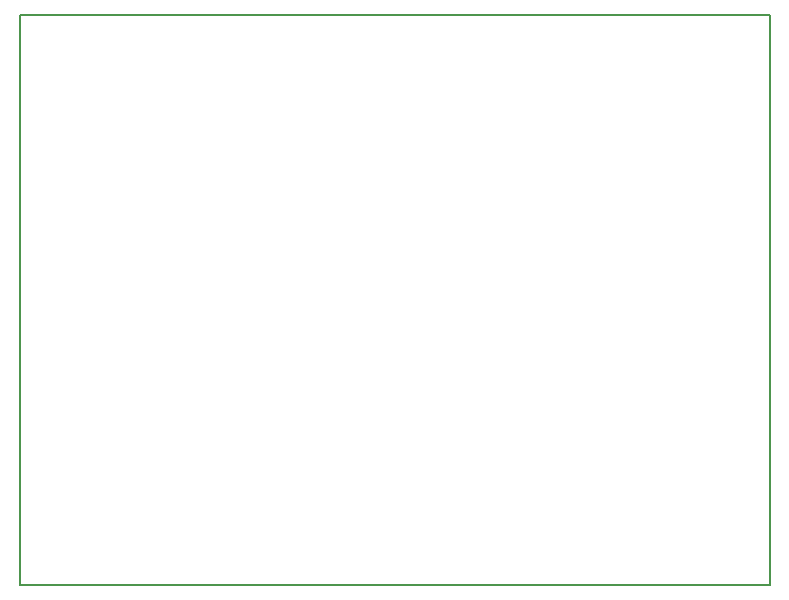
<source format=gbr>
G04 #@! TF.FileFunction,Profile,NP*
%FSLAX46Y46*%
G04 Gerber Fmt 4.6, Leading zero omitted, Abs format (unit mm)*
G04 Created by KiCad (PCBNEW 4.0.6) date Tuesday, June 06, 2017 'PMt' 02:35:44 PM*
%MOMM*%
%LPD*%
G01*
G04 APERTURE LIST*
%ADD10C,0.100000*%
%ADD11C,0.150000*%
G04 APERTURE END LIST*
D10*
D11*
X144780000Y-78740000D02*
X81280000Y-78740000D01*
X81280000Y-127000000D02*
X144780000Y-127000000D01*
X81280000Y-78740000D02*
X81280000Y-127000000D01*
X144780000Y-127000000D02*
X144780000Y-78740000D01*
M02*

</source>
